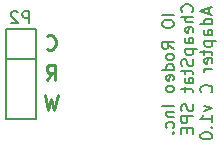
<source format=gbo>
G04 (created by PCBNEW-RS274X (2012-apr-16-27)-stable) date Wed 22 Oct 2014 12:51:47 PM PDT*
G01*
G70*
G90*
%MOIN*%
G04 Gerber Fmt 3.4, Leading zero omitted, Abs format*
%FSLAX34Y34*%
G04 APERTURE LIST*
%ADD10C,0.006000*%
%ADD11C,0.010000*%
%ADD12C,0.008000*%
G04 APERTURE END LIST*
G54D10*
G54D11*
X42845Y-45202D02*
X43012Y-44964D01*
X43131Y-45202D02*
X43131Y-44702D01*
X42940Y-44702D01*
X42893Y-44726D01*
X42869Y-44750D01*
X42845Y-44798D01*
X42845Y-44869D01*
X42869Y-44917D01*
X42893Y-44940D01*
X42940Y-44964D01*
X43131Y-44964D01*
G54D12*
X47091Y-43029D02*
X46691Y-43029D01*
X46691Y-43295D02*
X46691Y-43372D01*
X46710Y-43410D01*
X46748Y-43448D01*
X46824Y-43467D01*
X46958Y-43467D01*
X47034Y-43448D01*
X47072Y-43410D01*
X47091Y-43372D01*
X47091Y-43295D01*
X47072Y-43257D01*
X47034Y-43219D01*
X46958Y-43200D01*
X46824Y-43200D01*
X46748Y-43219D01*
X46710Y-43257D01*
X46691Y-43295D01*
X47091Y-44172D02*
X46900Y-44038D01*
X47091Y-43943D02*
X46691Y-43943D01*
X46691Y-44096D01*
X46710Y-44134D01*
X46729Y-44153D01*
X46767Y-44172D01*
X46824Y-44172D01*
X46862Y-44153D01*
X46881Y-44134D01*
X46900Y-44096D01*
X46900Y-43943D01*
X47091Y-44400D02*
X47072Y-44362D01*
X47053Y-44343D01*
X47015Y-44324D01*
X46900Y-44324D01*
X46862Y-44343D01*
X46843Y-44362D01*
X46824Y-44400D01*
X46824Y-44458D01*
X46843Y-44496D01*
X46862Y-44515D01*
X46900Y-44534D01*
X47015Y-44534D01*
X47053Y-44515D01*
X47072Y-44496D01*
X47091Y-44458D01*
X47091Y-44400D01*
X47091Y-44877D02*
X46691Y-44877D01*
X47072Y-44877D02*
X47091Y-44839D01*
X47091Y-44762D01*
X47072Y-44724D01*
X47053Y-44705D01*
X47015Y-44686D01*
X46900Y-44686D01*
X46862Y-44705D01*
X46843Y-44724D01*
X46824Y-44762D01*
X46824Y-44839D01*
X46843Y-44877D01*
X47072Y-45220D02*
X47091Y-45182D01*
X47091Y-45105D01*
X47072Y-45067D01*
X47034Y-45048D01*
X46881Y-45048D01*
X46843Y-45067D01*
X46824Y-45105D01*
X46824Y-45182D01*
X46843Y-45220D01*
X46881Y-45239D01*
X46919Y-45239D01*
X46958Y-45048D01*
X47091Y-45467D02*
X47072Y-45429D01*
X47053Y-45410D01*
X47015Y-45391D01*
X46900Y-45391D01*
X46862Y-45410D01*
X46843Y-45429D01*
X46824Y-45467D01*
X46824Y-45525D01*
X46843Y-45563D01*
X46862Y-45582D01*
X46900Y-45601D01*
X47015Y-45601D01*
X47053Y-45582D01*
X47072Y-45563D01*
X47091Y-45525D01*
X47091Y-45467D01*
X47091Y-46077D02*
X46691Y-46077D01*
X46824Y-46267D02*
X47091Y-46267D01*
X46862Y-46267D02*
X46843Y-46286D01*
X46824Y-46324D01*
X46824Y-46382D01*
X46843Y-46420D01*
X46881Y-46439D01*
X47091Y-46439D01*
X47072Y-46801D02*
X47091Y-46763D01*
X47091Y-46686D01*
X47072Y-46648D01*
X47053Y-46629D01*
X47015Y-46610D01*
X46900Y-46610D01*
X46862Y-46629D01*
X46843Y-46648D01*
X46824Y-46686D01*
X46824Y-46763D01*
X46843Y-46801D01*
X47053Y-46972D02*
X47072Y-46991D01*
X47091Y-46972D01*
X47072Y-46953D01*
X47053Y-46972D01*
X47091Y-46972D01*
X47693Y-42933D02*
X47712Y-42914D01*
X47731Y-42857D01*
X47731Y-42819D01*
X47712Y-42761D01*
X47674Y-42723D01*
X47636Y-42704D01*
X47559Y-42685D01*
X47502Y-42685D01*
X47426Y-42704D01*
X47388Y-42723D01*
X47350Y-42761D01*
X47331Y-42819D01*
X47331Y-42857D01*
X47350Y-42914D01*
X47369Y-42933D01*
X47731Y-43104D02*
X47331Y-43104D01*
X47731Y-43276D02*
X47521Y-43276D01*
X47483Y-43257D01*
X47464Y-43219D01*
X47464Y-43161D01*
X47483Y-43123D01*
X47502Y-43104D01*
X47712Y-43619D02*
X47731Y-43581D01*
X47731Y-43504D01*
X47712Y-43466D01*
X47674Y-43447D01*
X47521Y-43447D01*
X47483Y-43466D01*
X47464Y-43504D01*
X47464Y-43581D01*
X47483Y-43619D01*
X47521Y-43638D01*
X47559Y-43638D01*
X47598Y-43447D01*
X47731Y-43981D02*
X47521Y-43981D01*
X47483Y-43962D01*
X47464Y-43924D01*
X47464Y-43847D01*
X47483Y-43809D01*
X47712Y-43981D02*
X47731Y-43943D01*
X47731Y-43847D01*
X47712Y-43809D01*
X47674Y-43790D01*
X47636Y-43790D01*
X47598Y-43809D01*
X47579Y-43847D01*
X47579Y-43943D01*
X47559Y-43981D01*
X47464Y-44171D02*
X47864Y-44171D01*
X47483Y-44171D02*
X47464Y-44209D01*
X47464Y-44286D01*
X47483Y-44324D01*
X47502Y-44343D01*
X47540Y-44362D01*
X47655Y-44362D01*
X47693Y-44343D01*
X47712Y-44324D01*
X47731Y-44286D01*
X47731Y-44209D01*
X47712Y-44171D01*
X47712Y-44514D02*
X47731Y-44571D01*
X47731Y-44667D01*
X47712Y-44705D01*
X47693Y-44724D01*
X47655Y-44743D01*
X47617Y-44743D01*
X47579Y-44724D01*
X47559Y-44705D01*
X47540Y-44667D01*
X47521Y-44590D01*
X47502Y-44552D01*
X47483Y-44533D01*
X47445Y-44514D01*
X47407Y-44514D01*
X47369Y-44533D01*
X47350Y-44552D01*
X47331Y-44590D01*
X47331Y-44686D01*
X47350Y-44743D01*
X47464Y-44857D02*
X47464Y-45009D01*
X47331Y-44914D02*
X47674Y-44914D01*
X47712Y-44933D01*
X47731Y-44971D01*
X47731Y-45009D01*
X47731Y-45315D02*
X47521Y-45315D01*
X47483Y-45296D01*
X47464Y-45258D01*
X47464Y-45181D01*
X47483Y-45143D01*
X47712Y-45315D02*
X47731Y-45277D01*
X47731Y-45181D01*
X47712Y-45143D01*
X47674Y-45124D01*
X47636Y-45124D01*
X47598Y-45143D01*
X47579Y-45181D01*
X47579Y-45277D01*
X47559Y-45315D01*
X47464Y-45448D02*
X47464Y-45600D01*
X47331Y-45505D02*
X47674Y-45505D01*
X47712Y-45524D01*
X47731Y-45562D01*
X47731Y-45600D01*
X47712Y-46020D02*
X47731Y-46077D01*
X47731Y-46173D01*
X47712Y-46211D01*
X47693Y-46230D01*
X47655Y-46249D01*
X47617Y-46249D01*
X47579Y-46230D01*
X47559Y-46211D01*
X47540Y-46173D01*
X47521Y-46096D01*
X47502Y-46058D01*
X47483Y-46039D01*
X47445Y-46020D01*
X47407Y-46020D01*
X47369Y-46039D01*
X47350Y-46058D01*
X47331Y-46096D01*
X47331Y-46192D01*
X47350Y-46249D01*
X47731Y-46420D02*
X47331Y-46420D01*
X47331Y-46573D01*
X47350Y-46611D01*
X47369Y-46630D01*
X47407Y-46649D01*
X47464Y-46649D01*
X47502Y-46630D01*
X47521Y-46611D01*
X47540Y-46573D01*
X47540Y-46420D01*
X47521Y-46820D02*
X47521Y-46954D01*
X47731Y-47011D02*
X47731Y-46820D01*
X47331Y-46820D01*
X47331Y-47011D01*
X48257Y-42818D02*
X48257Y-43009D01*
X48371Y-42780D02*
X47971Y-42913D01*
X48371Y-43047D01*
X48371Y-43352D02*
X47971Y-43352D01*
X48352Y-43352D02*
X48371Y-43314D01*
X48371Y-43237D01*
X48352Y-43199D01*
X48333Y-43180D01*
X48295Y-43161D01*
X48180Y-43161D01*
X48142Y-43180D01*
X48123Y-43199D01*
X48104Y-43237D01*
X48104Y-43314D01*
X48123Y-43352D01*
X48371Y-43714D02*
X48161Y-43714D01*
X48123Y-43695D01*
X48104Y-43657D01*
X48104Y-43580D01*
X48123Y-43542D01*
X48352Y-43714D02*
X48371Y-43676D01*
X48371Y-43580D01*
X48352Y-43542D01*
X48314Y-43523D01*
X48276Y-43523D01*
X48238Y-43542D01*
X48219Y-43580D01*
X48219Y-43676D01*
X48199Y-43714D01*
X48104Y-43904D02*
X48504Y-43904D01*
X48123Y-43904D02*
X48104Y-43942D01*
X48104Y-44019D01*
X48123Y-44057D01*
X48142Y-44076D01*
X48180Y-44095D01*
X48295Y-44095D01*
X48333Y-44076D01*
X48352Y-44057D01*
X48371Y-44019D01*
X48371Y-43942D01*
X48352Y-43904D01*
X48104Y-44209D02*
X48104Y-44361D01*
X47971Y-44266D02*
X48314Y-44266D01*
X48352Y-44285D01*
X48371Y-44323D01*
X48371Y-44361D01*
X48352Y-44648D02*
X48371Y-44610D01*
X48371Y-44533D01*
X48352Y-44495D01*
X48314Y-44476D01*
X48161Y-44476D01*
X48123Y-44495D01*
X48104Y-44533D01*
X48104Y-44610D01*
X48123Y-44648D01*
X48161Y-44667D01*
X48199Y-44667D01*
X48238Y-44476D01*
X48371Y-44838D02*
X48104Y-44838D01*
X48180Y-44838D02*
X48142Y-44857D01*
X48123Y-44876D01*
X48104Y-44914D01*
X48104Y-44953D01*
X48333Y-45620D02*
X48352Y-45601D01*
X48371Y-45544D01*
X48371Y-45506D01*
X48352Y-45448D01*
X48314Y-45410D01*
X48276Y-45391D01*
X48199Y-45372D01*
X48142Y-45372D01*
X48066Y-45391D01*
X48028Y-45410D01*
X47990Y-45448D01*
X47971Y-45506D01*
X47971Y-45544D01*
X47990Y-45601D01*
X48009Y-45620D01*
X48104Y-46058D02*
X48371Y-46153D01*
X48104Y-46249D01*
X48371Y-46611D02*
X48371Y-46382D01*
X48371Y-46496D02*
X47971Y-46496D01*
X48028Y-46458D01*
X48066Y-46420D01*
X48085Y-46382D01*
X48333Y-46782D02*
X48352Y-46801D01*
X48371Y-46782D01*
X48352Y-46763D01*
X48333Y-46782D01*
X48371Y-46782D01*
X47971Y-47048D02*
X47971Y-47087D01*
X47990Y-47125D01*
X48009Y-47144D01*
X48047Y-47163D01*
X48123Y-47182D01*
X48219Y-47182D01*
X48295Y-47163D01*
X48333Y-47144D01*
X48352Y-47125D01*
X48371Y-47087D01*
X48371Y-47048D01*
X48352Y-47010D01*
X48333Y-46991D01*
X48295Y-46972D01*
X48219Y-46953D01*
X48123Y-46953D01*
X48047Y-46972D01*
X48009Y-46991D01*
X47990Y-47010D01*
X47971Y-47048D01*
G54D11*
X42786Y-45702D02*
X42905Y-46202D01*
X43001Y-45845D01*
X43096Y-46202D01*
X43215Y-45702D01*
X42845Y-44155D02*
X42869Y-44179D01*
X42940Y-44202D01*
X42988Y-44202D01*
X43060Y-44179D01*
X43107Y-44131D01*
X43131Y-44083D01*
X43155Y-43988D01*
X43155Y-43917D01*
X43131Y-43821D01*
X43107Y-43774D01*
X43060Y-43726D01*
X42988Y-43702D01*
X42940Y-43702D01*
X42869Y-43726D01*
X42845Y-43750D01*
G54D10*
X42500Y-43500D02*
X41500Y-43500D01*
X41500Y-43500D02*
X41500Y-46500D01*
X41500Y-46500D02*
X42500Y-46500D01*
X42500Y-46500D02*
X42500Y-43500D01*
X41500Y-44500D02*
X42500Y-44500D01*
X42264Y-43312D02*
X42264Y-42912D01*
X42111Y-42912D01*
X42073Y-42931D01*
X42054Y-42950D01*
X42035Y-42988D01*
X42035Y-43045D01*
X42054Y-43083D01*
X42073Y-43102D01*
X42111Y-43121D01*
X42264Y-43121D01*
X41883Y-42950D02*
X41864Y-42931D01*
X41826Y-42912D01*
X41730Y-42912D01*
X41692Y-42931D01*
X41673Y-42950D01*
X41654Y-42988D01*
X41654Y-43026D01*
X41673Y-43083D01*
X41902Y-43312D01*
X41654Y-43312D01*
M02*

</source>
